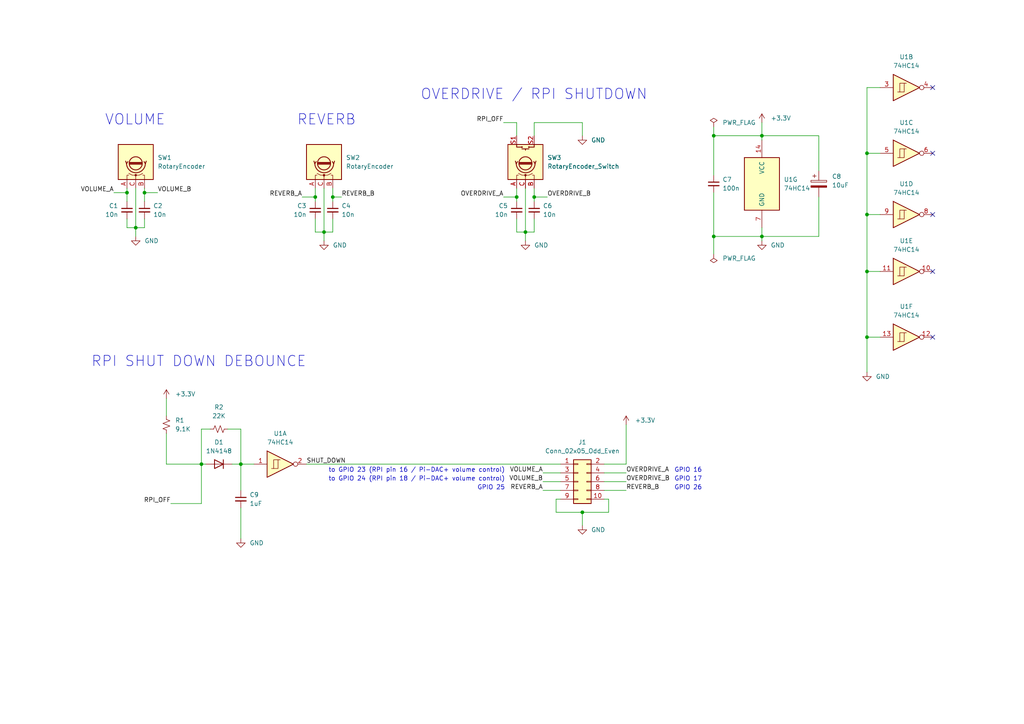
<source format=kicad_sch>
(kicad_sch (version 20231120) (generator "eeschema") (generator_version "8.0")
  (paper "A4")
  (title_block (title "Volume, reverb, overdrive and safe RPI shutdown controls") (date "2023-08-23") (rev "1.0") (company "Picherie"))
  (lib_symbols
    (symbol "74xx:74HC14" (pin_names (offset 1.016))
      (property "Reference" "U" (at 0 1.27 0))
      (property "Value" "74HC14" (at 0 -1.27 0))
      (symbol "74HC14_1_0"
        (polyline (pts (xy -3.81 3.81) (xy -3.81 -3.81) (xy 3.81 0) (xy -3.81 3.81)) (stroke (width 0.254)) (fill (type background)))
        (pin input line (at -7.62 0 0) (length 3.81) (name "~") (number "1"))
        (pin output inverted (at 7.62 0 180) (length 3.81) (name "~") (number "2"))
      )
      (symbol "74HC14_1_1"
        (polyline (pts (xy -1.905 -1.27) (xy -1.905 1.27) (xy -0.635 1.27)))
        (polyline (pts (xy -2.54 -1.27) (xy -0.635 -1.27) (xy -0.635 1.27) (xy 0 1.27)))
      )
      (symbol "74HC14_2_0"
        (polyline (pts (xy -3.81 3.81) (xy -3.81 -3.81) (xy 3.81 0) (xy -3.81 3.81)) (stroke (width 0.254)) (fill (type background)))
        (pin input line (at -7.62 0 0) (length 3.81) (name "~") (number "3"))
        (pin output inverted (at 7.62 0 180) (length 3.81) (name "~") (number "4"))
      )
      (symbol "74HC14_2_1"
        (polyline (pts (xy -1.905 -1.27) (xy -1.905 1.27) (xy -0.635 1.27)))
        (polyline (pts (xy -2.54 -1.27) (xy -0.635 -1.27) (xy -0.635 1.27) (xy 0 1.27)))
      )
      (symbol "74HC14_3_0"
        (polyline (pts (xy -3.81 3.81) (xy -3.81 -3.81) (xy 3.81 0) (xy -3.81 3.81)) (stroke (width 0.254)) (fill (type background)))
        (pin input line (at -7.62 0 0) (length 3.81) (name "~") (number "5"))
        (pin output inverted (at 7.62 0 180) (length 3.81) (name "~") (number "6"))
      )
      (symbol "74HC14_3_1"
        (polyline (pts (xy -1.905 -1.27) (xy -1.905 1.27) (xy -0.635 1.27)))
        (polyline (pts (xy -2.54 -1.27) (xy -0.635 -1.27) (xy -0.635 1.27) (xy 0 1.27)))
      )
      (symbol "74HC14_4_0"
        (polyline (pts (xy -3.81 3.81) (xy -3.81 -3.81) (xy 3.81 0) (xy -3.81 3.81)) (stroke (width 0.254)) (fill (type background)))
        (pin output inverted (at 7.62 0 180) (length 3.81) (name "~") (number "8"))
        (pin input line (at -7.62 0 0) (length 3.81) (name "~") (number "9"))
      )
      (symbol "74HC14_4_1"
        (polyline (pts (xy -1.905 -1.27) (xy -1.905 1.27) (xy -0.635 1.27)))
        (polyline (pts (xy -2.54 -1.27) (xy -0.635 -1.27) (xy -0.635 1.27) (xy 0 1.27)))
      )
      (symbol "74HC14_5_0"
        (polyline (pts (xy -3.81 3.81) (xy -3.81 -3.81) (xy 3.81 0) (xy -3.81 3.81)) (stroke (width 0.254)) (fill (type background)))
        (pin output inverted (at 7.62 0 180) (length 3.81) (name "~") (number "10"))
        (pin input line (at -7.62 0 0) (length 3.81) (name "~") (number "11"))
      )
      (symbol "74HC14_5_1"
        (polyline (pts (xy -1.905 -1.27) (xy -1.905 1.27) (xy -0.635 1.27)))
        (polyline (pts (xy -2.54 -1.27) (xy -0.635 -1.27) (xy -0.635 1.27) (xy 0 1.27)))
      )
      (symbol "74HC14_6_0"
        (polyline (pts (xy -3.81 3.81) (xy -3.81 -3.81) (xy 3.81 0) (xy -3.81 3.81)) (stroke (width 0.254)) (fill (type background)))
        (pin output inverted (at 7.62 0 180) (length 3.81) (name "~") (number "12"))
        (pin input line (at -7.62 0 0) (length 3.81) (name "~") (number "13"))
      )
      (symbol "74HC14_6_1"
        (polyline (pts (xy -1.905 -1.27) (xy -1.905 1.27) (xy -0.635 1.27)))
        (polyline (pts (xy -2.54 -1.27) (xy -0.635 -1.27) (xy -0.635 1.27) (xy 0 1.27)))
      )
      (symbol "74HC14_7_0"
        (pin power_in line (at 0 12.7 270) (length 5.08) (name "VCC") (number "14"))
        (pin power_in line (at 0 -12.7 90) (length 5.08) (name "GND") (number "7"))
      )
      (symbol "74HC14_7_1"
        (rectangle (start -5.08 7.62) (end 5.08 -7.62) (stroke (width 0.254)) (fill (type background)))
      )
    )
    (symbol "Connector_Generic:Conn_02x05_Odd_Even" (pin_names (offset 1.016) hide)
      (property "Reference" "J" (at 1.27 7.62 0))
      (property "Value" "Conn_02x05_Odd_Even" (at 1.27 -7.62 0))
      (symbol "Conn_02x05_Odd_Even_1_1"
        (rectangle (start -1.27 -4.953) (end 0 -5.207) (stroke (width 0.1524)))
        (rectangle (start -1.27 -2.413) (end 0 -2.667) (stroke (width 0.1524)))
        (rectangle (start -1.27 0.127) (end 0 -0.127) (stroke (width 0.1524)))
        (rectangle (start -1.27 2.667) (end 0 2.413) (stroke (width 0.1524)))
        (rectangle (start -1.27 5.207) (end 0 4.953) (stroke (width 0.1524)))
        (rectangle (start -1.27 6.35) (end 3.81 -6.35) (stroke (width 0.254)) (fill (type background)))
        (rectangle (start 3.81 -4.953) (end 2.54 -5.207) (stroke (width 0.1524)))
        (rectangle (start 3.81 -2.413) (end 2.54 -2.667) (stroke (width 0.1524)))
        (rectangle (start 3.81 0.127) (end 2.54 -0.127) (stroke (width 0.1524)))
        (rectangle (start 3.81 2.667) (end 2.54 2.413) (stroke (width 0.1524)))
        (rectangle (start 3.81 5.207) (end 2.54 4.953) (stroke (width 0.1524)))
        (pin passive line (at -5.08 5.08 0) (length 3.81) (name "Pin_1") (number "1"))
        (pin passive line (at 7.62 -5.08 180) (length 3.81) (name "Pin_10") (number "10"))
        (pin passive line (at 7.62 5.08 180) (length 3.81) (name "Pin_2") (number "2"))
        (pin passive line (at -5.08 2.54 0) (length 3.81) (name "Pin_3") (number "3"))
        (pin passive line (at 7.62 2.54 180) (length 3.81) (name "Pin_4") (number "4"))
        (pin passive line (at -5.08 0 0) (length 3.81) (name "Pin_5") (number "5"))
        (pin passive line (at 7.62 0 180) (length 3.81) (name "Pin_6") (number "6"))
        (pin passive line (at -5.08 -2.54 0) (length 3.81) (name "Pin_7") (number "7"))
        (pin passive line (at 7.62 -2.54 180) (length 3.81) (name "Pin_8") (number "8"))
        (pin passive line (at -5.08 -5.08 0) (length 3.81) (name "Pin_9") (number "9"))
      )
    )
    (symbol "Device:C_Polarized" (pin_numbers hide) (pin_names (offset 0.254))
      (property "Reference" "C" (at 0.635 2.54 0))
      (property "Value" "C_Polarized" (at 0.635 -2.54 0))
      (symbol "C_Polarized_0_1"
        (rectangle (start -2.286 0.508) (end 2.286 1.016))
        (polyline (pts (xy -1.778 2.286) (xy -0.762 2.286)))
        (polyline (pts (xy -1.27 2.794) (xy -1.27 1.778)))
        (rectangle (start 2.286 -0.508) (end -2.286 -1.016) (fill (type outline)))
      )
      (symbol "C_Polarized_1_1"
        (pin passive line (at 0 3.81 270) (length 2.794) (name "~") (number "1"))
        (pin passive line (at 0 -3.81 90) (length 2.794) (name "~") (number "2"))
      )
    )
    (symbol "Device:C_Small" (pin_numbers hide) (pin_names (offset 0.254) hide)
      (property "Reference" "C" (at 0.254 1.778 0))
      (property "Value" "C_Small" (at 0.254 -2.032 0))
      (symbol "C_Small_0_1"
        (polyline (pts (xy -1.524 -0.508) (xy 1.524 -0.508)) (stroke (width 0.3302)))
        (polyline (pts (xy -1.524 0.508) (xy 1.524 0.508)) (stroke (width 0.3048)))
      )
      (symbol "C_Small_1_1"
        (pin passive line (at 0 2.54 270) (length 2.032) (name "~") (number "1"))
        (pin passive line (at 0 -2.54 90) (length 2.032) (name "~") (number "2"))
      )
    )
    (symbol "Device:R_Small_US" (pin_numbers hide) (pin_names (offset 0.254) hide)
      (property "Reference" "R" (at 0.762 0.508 0))
      (property "Value" "R_Small_US" (at 0.762 -1.016 0))
      (symbol "R_Small_US_1_1"
        (polyline (pts (xy 0 0) (xy 1.016 -0.381) (xy 0 -0.762) (xy -1.016 -1.143) (xy 0 -1.524)))
        (polyline (pts (xy 0 1.524) (xy 1.016 1.143) (xy 0 0.762) (xy -1.016 0.381) (xy 0 0)))
        (pin passive line (at 0 2.54 270) (length 1.016) (name "~") (number "1"))
        (pin passive line (at 0 -2.54 90) (length 1.016) (name "~") (number "2"))
      )
    )
    (symbol "Device:RotaryEncoder" (pin_names (offset 0.254) hide)
      (property "Reference" "SW" (at 0 6.604 0))
      (property "Value" "RotaryEncoder" (at 0 -6.604 0))
      (symbol "RotaryEncoder_0_1"
        (rectangle (start -5.08 5.08) (end 5.08 -5.08) (stroke (width 0.254)) (fill (type background)))
        (circle (center -3.81 0) (radius 0.254) (fill (type outline)))
        (circle (center -0.381 0) (radius 1.905) (stroke (width 0.254)))
        (arc (start -0.381 2.667) (mid -3.0988 -0.0635) (end -0.381 -2.794) (stroke (width 0.254)))
        (polyline (pts (xy -0.635 -1.778) (xy -0.635 1.778)) (stroke (width 0.254)))
        (polyline (pts (xy -0.381 -1.778) (xy -0.381 1.778)) (stroke (width 0.254)))
        (polyline (pts (xy -0.127 1.778) (xy -0.127 -1.778)) (stroke (width 0.254)))
        (polyline (pts (xy -5.08 -2.54) (xy -3.81 -2.54) (xy -3.81 -2.032)))
        (polyline (pts (xy -5.08 2.54) (xy -3.81 2.54) (xy -3.81 2.032)))
        (polyline (pts (xy 0.254 -3.048) (xy -0.508 -2.794) (xy 0.127 -2.413)) (stroke (width 0.254)))
        (polyline (pts (xy 0.254 2.921) (xy -0.508 2.667) (xy 0.127 2.286)) (stroke (width 0.254)))
        (polyline (pts (xy -5.08 0) (xy -3.81 0) (xy -3.81 -1.016) (xy -3.302 -2.032)))
        (polyline (pts (xy -4.318 0) (xy -3.81 0) (xy -3.81 1.016) (xy -3.302 2.032)))
      )
      (symbol "RotaryEncoder_1_1"
        (pin passive line (at -7.62 2.54 0) (length 2.54) (name "A") (number "A"))
        (pin passive line (at -7.62 -2.54 0) (length 2.54) (name "B") (number "B"))
        (pin passive line (at -7.62 0 0) (length 2.54) (name "C") (number "C"))
      )
    )
    (symbol "Device:RotaryEncoder_Switch" (pin_names (offset 0.254) hide)
      (property "Reference" "SW" (at 0 6.604 0))
      (property "Value" "RotaryEncoder_Switch" (at 0 -6.604 0))
      (symbol "RotaryEncoder_Switch_0_1"
        (rectangle (start -5.08 5.08) (end 5.08 -5.08) (stroke (width 0.254)) (fill (type background)))
        (circle (center -3.81 0) (radius 0.254) (fill (type outline)))
        (circle (center -0.381 0) (radius 1.905) (stroke (width 0.254)))
        (arc (start -0.381 2.667) (mid -3.0988 -0.0635) (end -0.381 -2.794) (stroke (width 0.254)))
        (polyline (pts (xy -0.635 -1.778) (xy -0.635 1.778)) (stroke (width 0.254)))
        (polyline (pts (xy -0.381 -1.778) (xy -0.381 1.778)) (stroke (width 0.254)))
        (polyline (pts (xy -0.127 1.778) (xy -0.127 -1.778)) (stroke (width 0.254)))
        (polyline (pts (xy 3.81 0) (xy 3.429 0)) (stroke (width 0.254)))
        (polyline (pts (xy 3.81 1.016) (xy 3.81 -1.016)) (stroke (width 0.254)))
        (polyline (pts (xy -5.08 -2.54) (xy -3.81 -2.54) (xy -3.81 -2.032)))
        (polyline (pts (xy -5.08 2.54) (xy -3.81 2.54) (xy -3.81 2.032)))
        (polyline (pts (xy 0.254 -3.048) (xy -0.508 -2.794) (xy 0.127 -2.413)) (stroke (width 0.254)))
        (polyline (pts (xy 0.254 2.921) (xy -0.508 2.667) (xy 0.127 2.286)) (stroke (width 0.254)))
        (polyline (pts (xy 5.08 -2.54) (xy 4.318 -2.54) (xy 4.318 -1.016)) (stroke (width 0.254)))
        (polyline (pts (xy 5.08 2.54) (xy 4.318 2.54) (xy 4.318 1.016)) (stroke (width 0.254)))
        (polyline (pts (xy -5.08 0) (xy -3.81 0) (xy -3.81 -1.016) (xy -3.302 -2.032)))
        (polyline (pts (xy -4.318 0) (xy -3.81 0) (xy -3.81 1.016) (xy -3.302 2.032)))
        (circle (center 4.318 -1.016) (radius 0.127) (stroke (width 0.254)))
        (circle (center 4.318 1.016) (radius 0.127) (stroke (width 0.254)))
      )
      (symbol "RotaryEncoder_Switch_1_1"
        (pin passive line (at -7.62 2.54 0) (length 2.54) (name "A") (number "A"))
        (pin passive line (at -7.62 -2.54 0) (length 2.54) (name "B") (number "B"))
        (pin passive line (at -7.62 0 0) (length 2.54) (name "C") (number "C"))
        (pin passive line (at 7.62 2.54 180) (length 2.54) (name "S1") (number "S1"))
        (pin passive line (at 7.62 -2.54 180) (length 2.54) (name "S2") (number "S2"))
      )
    )
    (symbol "Diode:1N4148" (pin_numbers hide) (pin_names hide)
      (property "Reference" "D" (at 0 2.54 0))
      (property "Value" "1N4148" (at 0 -2.54 0))
      (symbol "1N4148_0_1"
        (polyline (pts (xy -1.27 1.27) (xy -1.27 -1.27)) (stroke (width 0.254)))
        (polyline (pts (xy 1.27 0) (xy -1.27 0)))
        (polyline (pts (xy 1.27 1.27) (xy 1.27 -1.27) (xy -1.27 0) (xy 1.27 1.27)) (stroke (width 0.254)))
      )
      (symbol "1N4148_1_1"
        (pin passive line (at -3.81 0 0) (length 2.54) (name "K") (number "1"))
        (pin passive line (at 3.81 0 180) (length 2.54) (name "A") (number "2"))
      )
    )
    (symbol "power:+3.3V" (power) (pin_names (offset 0))
      (property "Value" "+3.3V" (at 0 3.556 0))
      (symbol "+3.3V_0_1"
        (polyline (pts (xy -0.762 1.27) (xy 0 2.54)))
        (polyline (pts (xy 0 0) (xy 0 2.54)))
        (polyline (pts (xy 0 2.54) (xy 0.762 1.27)))
      )
      (symbol "+3.3V_1_1"
        (pin power_in line (at 0 0 90) (length 0) hide (name "+3.3V") (number "1"))
      )
    )
    (symbol "power:GND" (power) (pin_names (offset 0))
      (property "Value" "GND" (at 0 -3.81 0))
      (symbol "GND_0_1"
        (polyline (pts (xy 0 0) (xy 0 -1.27) (xy 1.27 -1.27) (xy 0 -2.54) (xy -1.27 -1.27) (xy 0 -1.27)))
      )
      (symbol "GND_1_1"
        (pin power_in line (at 0 0 270) (length 0) hide (name "GND") (number "1"))
      )
    )
    (symbol "power:PWR_FLAG" (power) (pin_numbers hide) (pin_names (offset 0) hide)
      (property "Value" "PWR_FLAG" (at 0 3.81 0))
      (symbol "PWR_FLAG_0_0"
        (pin power_out line (at 0 0 90) (length 0) (name "pwr") (number "1"))
      )
      (symbol "PWR_FLAG_0_1"
        (polyline (pts (xy 0 0) (xy 0 1.27) (xy -1.016 1.905) (xy 0 2.54) (xy 1.016 1.905) (xy 0 1.27)))
      )
    )
  )
  (junction (at 154.94 57.15))
  (junction (at 220.98 39.37))
  (junction (at 152.4 67.31))
  (junction (at 36.83 55.88))
  (junction (at 149.86 57.15))
  (junction (at 93.98 67.31))
  (junction (at 96.52 57.15))
  (junction (at 251.46 78.74))
  (junction (at 168.91 148.59))
  (junction (at 251.46 44.45))
  (junction (at 58.42 134.62))
  (junction (at 207.01 39.37))
  (junction (at 220.98 68.58))
  (junction (at 251.46 62.23))
  (junction (at 207.01 68.58))
  (junction (at 91.44 57.15))
  (junction (at 69.85 134.62))
  (junction (at 251.46 97.79))
  (junction (at 41.91 55.88))
  (junction (at 39.37 66.04))
  (no_connect (at 270.51 44.45))
  (no_connect (at 270.51 78.74))
  (no_connect (at 270.51 97.79))
  (no_connect (at 270.51 25.4))
  (no_connect (at 270.51 62.23))
  (wire (pts (xy 91.44 54.61) (xy 91.44 57.15)))
  (wire (pts (xy 220.98 39.37) (xy 220.98 40.64)))
  (wire (pts (xy 39.37 68.58) (xy 39.37 66.04)))
  (wire (pts (xy 251.46 62.23) (xy 255.27 62.23)))
  (wire (pts (xy 96.52 54.61) (xy 96.52 57.15)))
  (wire (pts (xy 96.52 57.15) (xy 99.06 57.15)))
  (wire (pts (xy 251.46 25.4) (xy 255.27 25.4)))
  (wire (pts (xy 154.94 63.5) (xy 154.94 67.31)))
  (wire (pts (xy 41.91 54.61) (xy 41.91 55.88)))
  (wire (pts (xy 69.85 124.46) (xy 69.85 134.62)))
  (wire (pts (xy 251.46 78.74) (xy 255.27 78.74)))
  (wire (pts (xy 175.26 144.78) (xy 176.53 144.78)))
  (wire (pts (xy 60.96 124.46) (xy 58.42 124.46)))
  (wire (pts (xy 73.66 134.62) (xy 69.85 134.62)))
  (wire (pts (xy 251.46 62.23) (xy 251.46 78.74)))
  (wire (pts (xy 48.26 134.62) (xy 58.42 134.62)))
  (wire (pts (xy 66.04 124.46) (xy 69.85 124.46)))
  (wire (pts (xy 91.44 67.31) (xy 93.98 67.31)))
  (wire (pts (xy 154.94 54.61) (xy 154.94 57.15)))
  (wire (pts (xy 93.98 54.61) (xy 93.98 67.31)))
  (wire (pts (xy 207.01 68.58) (xy 220.98 68.58)))
  (wire (pts (xy 220.98 66.04) (xy 220.98 68.58)))
  (wire (pts (xy 96.52 57.15) (xy 96.52 58.42)))
  (wire (pts (xy 152.4 54.61) (xy 152.4 67.31)))
  (wire (pts (xy 41.91 66.04) (xy 39.37 66.04)))
  (wire (pts (xy 49.53 146.05) (xy 58.42 146.05)))
  (wire (pts (xy 36.83 63.5) (xy 36.83 66.04)))
  (wire (pts (xy 207.01 36.83) (xy 207.01 39.37)))
  (wire (pts (xy 154.94 57.15) (xy 158.75 57.15)))
  (wire (pts (xy 251.46 44.45) (xy 251.46 62.23)))
  (wire (pts (xy 157.48 139.7) (xy 162.56 139.7)))
  (wire (pts (xy 181.61 134.62) (xy 175.26 134.62)))
  (wire (pts (xy 157.48 137.16) (xy 162.56 137.16)))
  (wire (pts (xy 237.49 49.53) (xy 237.49 39.37)))
  (wire (pts (xy 251.46 44.45) (xy 255.27 44.45)))
  (wire (pts (xy 168.91 148.59) (xy 168.91 152.4)))
  (wire (pts (xy 149.86 67.31) (xy 152.4 67.31)))
  (wire (pts (xy 168.91 39.37) (xy 168.91 35.56)))
  (wire (pts (xy 251.46 78.74) (xy 251.46 97.79)))
  (wire (pts (xy 41.91 55.88) (xy 45.72 55.88)))
  (wire (pts (xy 207.01 39.37) (xy 220.98 39.37)))
  (wire (pts (xy 251.46 97.79) (xy 255.27 97.79)))
  (wire (pts (xy 39.37 54.61) (xy 39.37 66.04)))
  (wire (pts (xy 48.26 115.57) (xy 48.26 120.65)))
  (wire (pts (xy 69.85 134.62) (xy 69.85 142.24)))
  (wire (pts (xy 157.48 142.24) (xy 162.56 142.24)))
  (wire (pts (xy 91.44 57.15) (xy 91.44 58.42)))
  (wire (pts (xy 181.61 142.24) (xy 175.26 142.24)))
  (wire (pts (xy 149.86 63.5) (xy 149.86 67.31)))
  (wire (pts (xy 96.52 63.5) (xy 96.52 67.31)))
  (wire (pts (xy 87.63 57.15) (xy 91.44 57.15)))
  (wire (pts (xy 154.94 57.15) (xy 154.94 58.42)))
  (wire (pts (xy 168.91 148.59) (xy 161.29 148.59)))
  (wire (pts (xy 36.83 54.61) (xy 36.83 55.88)))
  (wire (pts (xy 146.05 57.15) (xy 149.86 57.15)))
  (wire (pts (xy 154.94 39.37) (xy 154.94 35.56)))
  (wire (pts (xy 220.98 35.56) (xy 220.98 39.37)))
  (wire (pts (xy 93.98 69.85) (xy 93.98 67.31)))
  (wire (pts (xy 33.02 55.88) (xy 36.83 55.88)))
  (wire (pts (xy 220.98 68.58) (xy 220.98 69.85)))
  (wire (pts (xy 176.53 148.59) (xy 168.91 148.59)))
  (wire (pts (xy 149.86 39.37) (xy 149.86 35.56)))
  (wire (pts (xy 207.01 73.66) (xy 207.01 68.58)))
  (wire (pts (xy 175.26 137.16) (xy 181.61 137.16)))
  (wire (pts (xy 251.46 97.79) (xy 251.46 107.95)))
  (wire (pts (xy 152.4 69.85) (xy 152.4 67.31)))
  (wire (pts (xy 96.52 67.31) (xy 93.98 67.31)))
  (wire (pts (xy 237.49 68.58) (xy 220.98 68.58)))
  (wire (pts (xy 91.44 63.5) (xy 91.44 67.31)))
  (wire (pts (xy 237.49 57.15) (xy 237.49 68.58)))
  (wire (pts (xy 251.46 25.4) (xy 251.46 44.45)))
  (wire (pts (xy 154.94 67.31) (xy 152.4 67.31)))
  (wire (pts (xy 207.01 55.88) (xy 207.01 68.58)))
  (wire (pts (xy 67.31 134.62) (xy 69.85 134.62)))
  (wire (pts (xy 36.83 55.88) (xy 36.83 58.42)))
  (wire (pts (xy 149.86 57.15) (xy 149.86 58.42)))
  (wire (pts (xy 149.86 54.61) (xy 149.86 57.15)))
  (wire (pts (xy 237.49 39.37) (xy 220.98 39.37)))
  (wire (pts (xy 181.61 123.19) (xy 181.61 134.62)))
  (wire (pts (xy 69.85 147.32) (xy 69.85 156.21)))
  (wire (pts (xy 88.9 134.62) (xy 162.56 134.62)))
  (wire (pts (xy 161.29 144.78) (xy 161.29 148.59)))
  (wire (pts (xy 207.01 50.8) (xy 207.01 39.37)))
  (wire (pts (xy 36.83 66.04) (xy 39.37 66.04)))
  (wire (pts (xy 162.56 144.78) (xy 161.29 144.78)))
  (wire (pts (xy 48.26 125.73) (xy 48.26 134.62)))
  (wire (pts (xy 176.53 144.78) (xy 176.53 148.59)))
  (wire (pts (xy 58.42 134.62) (xy 59.69 134.62)))
  (wire (pts (xy 41.91 63.5) (xy 41.91 66.04)))
  (wire (pts (xy 146.05 35.56) (xy 149.86 35.56)))
  (wire (pts (xy 58.42 146.05) (xy 58.42 134.62)))
  (wire (pts (xy 41.91 55.88) (xy 41.91 58.42)))
  (wire (pts (xy 175.26 139.7) (xy 181.61 139.7)))
  (wire (pts (xy 58.42 124.46) (xy 58.42 134.62)))
  (wire (pts (xy 154.94 35.56) (xy 168.91 35.56)))
  (text "GPIO 17" (at 195.58 139.7 0) (effects (font (size 1.27 1.27)) (justify left bottom)))
  (text "RPI SHUT DOWN DEBOUNCE" (at 88.9 106.68 0) (effects (font (size 3 3)) (justify right bottom)))
  (text "REVERB" (at 86.106 36.576 0) (effects (font (size 3 3)) (justify left bottom)))
  (text "GPIO 25" (at 138.43 142.24 0) (effects (font (size 1.27 1.27)) (justify left bottom)))
  (text "to GPIO 24 (RPI pin 18 / Pi-DAC+ volume control)" (at 95.25 139.7 0) (effects (font (size 1.27 1.27)) (justify left bottom)))
  (text "OVERDRIVE / RPI SHUTDOWN" (at 121.92 29.21 0) (effects (font (size 3 3)) (justify left bottom)))
  (text "to GPIO 23 (RPI pin 16 / Pi-DAC+ volume control)" (at 95.25 137.16 0) (effects (font (size 1.27 1.27)) (justify left bottom)))
  (text "VOLUME" (at 48.006 36.576 0) (effects (font (size 3 3)) (justify right bottom)))
  (text "GPIO 26" (at 195.58 142.24 0) (effects (font (size 1.27 1.27)) (justify left bottom)))
  (text "GPIO 16" (at 195.58 137.16 0) (effects (font (size 1.27 1.27)) (justify left bottom)))
  (label "OVERDRIVE_A" (at 181.61 137.16 0))
  (label "VOLUME_B" (at 157.48 139.7 180))
  (label "REVERB_B" (at 99.06 57.15 0))
  (label "OVERDRIVE_B" (at 158.75 57.15 0))
  (label "RPI_OFF" (at 49.53 146.05 180))
  (label "OVERDRIVE_A" (at 146.05 57.15 180))
  (label "VOLUME_A" (at 33.02 55.88 180))
  (label "REVERB_B" (at 181.61 142.24 0))
  (label "OVERDRIVE_B" (at 181.61 139.7 0))
  (label "VOLUME_A" (at 157.48 137.16 180))
  (label "REVERB_A" (at 157.48 142.24 180))
  (label "RPI_OFF" (at 146.05 35.56 180))
  (label "VOLUME_B" (at 45.72 55.88 0))
  (label "SHUT_DOWN" (at 88.9 134.62 0))
  (label "REVERB_A" (at 87.63 57.15 180))
  (symbol (lib_id "power:+3.3V") (at 220.98 35.56 0) (unit 1)
    (property "Reference" "#PWR01" (effects (hide yes)))
    (property "Value" "+3.3V" (at 223.52 34.29 0) (effects (justify left)))
  )
  (symbol (lib_id "74xx:74HC14") (at 262.89 78.74 0) (unit 5) (exclude_from_sim yes)
    (property "Reference" "U1" (at 262.89 69.85 0))
    (property "Value" "74HC14" (at 262.89 72.39 0))
    (property "Footprint" "Package_DIP:DIP-14_W7.62mm" (effects (hide yes)))
    (property "Datasheet" "https://fr.farnell.com/texas-instruments/cd74hc14e/ic-74hc-74hc14-dip14-6v/dp/3120195?st=74hc14" (effects (hide yes)))
  )
  (symbol (lib_id "Device:C_Small") (at 36.83 60.96 0) (mirror y) (unit 1) (exclude_from_sim yes)
    (property "Reference" "C1" (at 34.29 59.6963 0) (effects (justify left)))
    (property "Value" "10n" (at 34.29 62.2363 0) (effects (justify left)))
    (property "Footprint" "Capacitor_SMD:C_1206_3216Metric_Pad1.33x1.80mm_HandSolder" (effects (hide yes)))
  )
  (symbol (lib_id "Connector_Generic:Conn_02x05_Odd_Even") (at 167.64 139.7 0) (unit 1) (exclude_from_sim yes)
    (property "Reference" "J1" (at 168.91 128.27 0))
    (property "Value" "Conn_02x05_Odd_Even" (at 168.91 130.81 0))
    (property "Footprint" "Connector_IDC:IDC-Header_2x05_P2.54mm_Vertical" (effects (hide yes)))
    (property "Datasheet" "https://fr.farnell.com/wurth-elektronik/61201021621/fiche-male-droite-10-broches-wrbhd/dp/1642019?MER=sy-me-pd-mi-acce" (effects (hide yes)))
  )
  (symbol (lib_id "power:+3.3V") (at 48.26 115.57 0) (unit 1)
    (property "Reference" "#PWR07" (effects (hide yes)))
    (property "Value" "+3.3V" (at 50.8 114.3 0) (effects (justify left)))
  )
  (symbol (lib_id "power:GND") (at 39.37 68.58 0) (unit 1)
    (property "Reference" "#PWR02" (effects (hide yes)))
    (property "Value" "GND" (at 41.91 69.85 0) (effects (justify left)))
  )
  (symbol (lib_id "Device:C_Small") (at 154.94 60.96 0) (unit 1)
    (property "Reference" "C6" (at 157.48 59.6963 0) (effects (justify left)))
    (property "Value" "10n" (at 157.48 62.2363 0) (effects (justify left)))
    (property "Footprint" "Capacitor_SMD:C_1206_3216Metric_Pad1.33x1.80mm_HandSolder" (effects (hide yes)))
  )
  (symbol (lib_id "74xx:74HC14") (at 81.28 134.62 0) (unit 1) (exclude_from_sim yes)
    (property "Reference" "U1" (at 81.28 125.73 0))
    (property "Value" "74HC14" (at 81.28 128.27 0))
    (property "Footprint" "Package_DIP:DIP-14_W7.62mm" (effects (hide yes)))
    (property "Datasheet" "https://fr.farnell.com/texas-instruments/cd74hc14e/ic-74hc-74hc14-dip14-6v/dp/3120195?st=74hc14" (effects (hide yes)))
  )
  (symbol (lib_id "74xx:74HC14") (at 262.89 62.23 0) (unit 4) (exclude_from_sim yes)
    (property "Reference" "U1" (at 262.89 53.34 0))
    (property "Value" "74HC14" (at 262.89 55.88 0))
    (property "Footprint" "Package_DIP:DIP-14_W7.62mm" (effects (hide yes)))
    (property "Datasheet" "https://fr.farnell.com/texas-instruments/cd74hc14e/ic-74hc-74hc14-dip14-6v/dp/3120195?st=74hc14" (effects (hide yes)))
  )
  (symbol (lib_id "power:GND") (at 69.85 156.21 0) (unit 1)
    (property "Reference" "#PWR010" (effects (hide yes)))
    (property "Value" "GND" (at 72.39 157.48 0) (effects (justify left)))
  )
  (symbol (lib_id "Device:C_Small") (at 41.91 60.96 0) (unit 1)
    (property "Reference" "C2" (at 44.45 59.6963 0) (effects (justify left)))
    (property "Value" "10n" (at 44.45 62.2363 0) (effects (justify left)))
    (property "Footprint" "Capacitor_SMD:C_1206_3216Metric_Pad1.33x1.80mm_HandSolder" (effects (hide yes)))
  )
  (symbol (lib_id "power:PWR_FLAG") (at 207.01 36.83 0) (unit 1)
    (property "Reference" "#FLG01" (effects (hide yes)))
    (property "Value" "PWR_FLAG" (at 209.55 35.56 0) (effects (justify left)))
  )
  (symbol (lib_id "power:GND") (at 168.91 39.37 0) (unit 1)
    (property "Reference" "#PWR011" (effects (hide yes)))
    (property "Value" "GND" (at 171.45 40.64 0) (effects (justify left)))
  )
  (symbol (lib_id "Device:C_Small") (at 69.85 144.78 0) (unit 1) (exclude_from_sim yes)
    (property "Reference" "C9" (at 72.39 143.5163 0) (effects (justify left)))
    (property "Value" "1uF" (at 72.39 146.0563 0) (effects (justify left)))
    (property "Footprint" "Capacitor_SMD:C_1206_3216Metric_Pad1.33x1.80mm_HandSolder" (effects (hide yes)))
    (property "Datasheet" "https://fr.farnell.com/kemet/c1206c105k3ractu/condensateur-1-f-25v-10-x7r-1206/dp/9227865" (effects (hide yes)))
  )
  (symbol (lib_id "power:GND") (at 168.91 152.4 0) (unit 1)
    (property "Reference" "#PWR09" (effects (hide yes)))
    (property "Value" "GND" (at 171.45 153.67 0) (effects (justify left)))
  )
  (symbol (lib_id "power:GND") (at 251.46 107.95 0) (unit 1)
    (property "Reference" "#PWR06" (effects (hide yes)))
    (property "Value" "GND" (at 254 109.22 0) (effects (justify left)))
  )
  (symbol (lib_id "74xx:74HC14") (at 262.89 97.79 0) (unit 6) (exclude_from_sim yes)
    (property "Reference" "U1" (at 262.89 88.9 0))
    (property "Value" "74HC14" (at 262.89 91.44 0))
    (property "Footprint" "Package_DIP:DIP-14_W7.62mm" (effects (hide yes)))
    (property "Datasheet" "https://fr.farnell.com/texas-instruments/cd74hc14e/ic-74hc-74hc14-dip14-6v/dp/3120195?st=74hc14" (effects (hide yes)))
  )
  (symbol (lib_id "Device:RotaryEncoder") (at 39.37 46.99 90) (unit 1) (exclude_from_sim yes)
    (property "Reference" "SW1" (at 45.72 45.72 90) (effects (justify right)))
    (property "Value" "RotaryEncoder" (at 45.72 48.26 90) (effects (justify right)))
    (property "Footprint" "Rotary_Encoder:RotaryEncoder_Alps_EC11E-Switch_Vertical_H20mm" (effects (hide yes)))
    (property "Datasheet" "https://fr.farnell.com/alps/ec11e15204a3/encodeur-vertical-30-crans-15/dp/1520804" (effects (hide yes)))
  )
  (symbol (lib_id "Device:RotaryEncoder_Switch") (at 152.4 46.99 90) (unit 1) (exclude_from_sim yes)
    (property "Reference" "SW3" (at 158.75 45.72 90) (effects (justify right)))
    (property "Value" "RotaryEncoder_Switch" (at 158.75 48.26 90) (effects (justify right)))
    (property "Footprint" "Rotary_Encoder:RotaryEncoder_Alps_EC11E-Switch_Vertical_H20mm" (effects (hide yes)))
    (property "Datasheet" "https://fr.farnell.com/alps/ec11e15244c0/encodeur-vert-30-crans-15-impul/dp/1520806" (effects (hide yes)))
  )
  (symbol (lib_id "Device:C_Small") (at 91.44 60.96 0) (mirror y) (unit 1)
    (property "Reference" "C3" (at 88.9 59.6963 0) (effects (justify left)))
    (property "Value" "10n" (at 88.9 62.2363 0) (effects (justify left)))
    (property "Footprint" "Capacitor_SMD:C_1206_3216Metric_Pad1.33x1.80mm_HandSolder" (effects (hide yes)))
  )
  (symbol (lib_id "power:GND") (at 152.4 69.85 0) (unit 1)
    (property "Reference" "#PWR04" (effects (hide yes)))
    (property "Value" "GND" (at 154.94 71.12 0) (effects (justify left)))
  )
  (symbol (lib_id "Device:C_Small") (at 96.52 60.96 0) (unit 1)
    (property "Reference" "C4" (at 99.06 59.6963 0) (effects (justify left)))
    (property "Value" "10n" (at 99.06 62.2363 0) (effects (justify left)))
    (property "Footprint" "Capacitor_SMD:C_1206_3216Metric_Pad1.33x1.80mm_HandSolder" (effects (hide yes)))
  )
  (symbol (lib_id "Diode:1N4148") (at 63.5 134.62 0) (mirror y) (unit 1) (exclude_from_sim yes)
    (property "Reference" "D1" (at 63.5 128.27 0))
    (property "Value" "1N4148" (at 63.5 130.81 0))
    (property "Footprint" "Diode_THT:D_DO-35_SOD27_P7.62mm_Horizontal" (effects (hide yes)))
    (property "Datasheet" "https://fr.farnell.com/on-semiconductor/1n4148tr/diode-tres-rapide-do-35/dp/9843680" (effects (hide yes)))
    (property "Sim.Device" "D" (effects (hide yes)))
    (property "Sim.Pins" "1=K 2=A" (effects (hide yes)))
  )
  (symbol (lib_id "Device:C_Small") (at 207.01 53.34 0) (unit 1) (exclude_from_sim yes)
    (property "Reference" "C7" (at 209.55 52.0763 0) (effects (justify left)))
    (property "Value" "100n" (at 209.55 54.6163 0) (effects (justify left)))
    (property "Footprint" "Capacitor_SMD:C_1206_3216Metric_Pad1.33x1.80mm_HandSolder" (effects (hide yes)))
    (property "Datasheet" "https://fr.farnell.com/kemet/c1206f104k3ractu/condensateur-0-1-f-25v-10-x7r/dp/2581109" (effects (hide yes)))
  )
  (symbol (lib_id "74xx:74HC14") (at 262.89 44.45 0) (unit 3) (exclude_from_sim yes)
    (property "Reference" "U1" (at 262.89 35.56 0))
    (property "Value" "74HC14" (at 262.89 38.1 0))
    (property "Footprint" "Package_DIP:DIP-14_W7.62mm" (effects (hide yes)))
    (property "Datasheet" "https://fr.farnell.com/texas-instruments/cd74hc14e/ic-74hc-74hc14-dip14-6v/dp/3120195?st=74hc14" (effects (hide yes)))
  )
  (symbol (lib_id "Device:RotaryEncoder") (at 93.98 46.99 90) (unit 1) (exclude_from_sim yes)
    (property "Reference" "SW2" (at 100.33 45.72 90) (effects (justify right)))
    (property "Value" "RotaryEncoder" (at 100.33 48.26 90) (effects (justify right)))
    (property "Footprint" "Rotary_Encoder:RotaryEncoder_Alps_EC11E-Switch_Vertical_H20mm" (effects (hide yes)))
    (property "Datasheet" "https://fr.farnell.com/alps/ec11e15204a3/encodeur-vertical-30-crans-15/dp/1520804" (effects (hide yes)))
  )
  (symbol (lib_id "Device:R_Small_US") (at 48.26 123.19 0) (unit 1) (exclude_from_sim yes)
    (property "Reference" "R1" (at 50.8 121.92 0) (effects (justify left)))
    (property "Value" "9.1K" (at 50.8 124.46 0) (effects (justify left)))
    (property "Footprint" "Resistor_SMD:R_1206_3216Metric_Pad1.30x1.75mm_HandSolder" (effects (hide yes)))
    (property "Datasheet" "https://fr.farnell.com/yageo/rc1206fr-079k1l/res-9k1-1-0-25w-1206-couche-epaisse/dp/3496305" (effects (hide yes)))
  )
  (symbol (lib_id "74xx:74HC14") (at 262.89 25.4 0) (unit 2) (exclude_from_sim yes)
    (property "Reference" "U1" (at 262.89 16.51 0))
    (property "Value" "74HC14" (at 262.89 19.05 0))
    (property "Footprint" "Package_DIP:DIP-14_W7.62mm" (effects (hide yes)))
    (property "Datasheet" "https://fr.farnell.com/texas-instruments/cd74hc14e/ic-74hc-74hc14-dip14-6v/dp/3120195?st=74hc14" (effects (hide yes)))
  )
  (symbol (lib_id "Device:R_Small_US") (at 63.5 124.46 270) (unit 1) (exclude_from_sim yes)
    (property "Reference" "R2" (at 63.5 118.11 90))
    (property "Value" "22K" (at 63.5 120.65 90))
    (property "Footprint" "Resistor_SMD:R_1206_3216Metric_Pad1.30x1.75mm_HandSolder" (effects (hide yes)))
    (property "Datasheet" "https://fr.farnell.com/neohm-te-connectivity/crg1206f22k/res-22k-1-0-25w-1206-couche-epaisse/dp/3133491" (effects (hide yes)))
  )
  (symbol (lib_id "Device:C_Polarized") (at 237.49 53.34 0) (unit 1) (exclude_from_sim yes)
    (property "Reference" "C8" (at 241.3 51.181 0) (effects (justify left)))
    (property "Value" "10uF" (at 241.3 53.721 0) (effects (justify left)))
    (property "Footprint" "Capacitor_THT:CP_Radial_D5.0mm_P2.00mm" (effects (hide yes)))
    (property "Datasheet" "https://fr.farnell.com/panasonic-electronic-components/ecea1en100u/condensateur-10-f-25v-20/dp/2326018" (effects (hide yes)))
  )
  (symbol (lib_id "power:GND") (at 220.98 69.85 0) (unit 1)
    (property "Reference" "#PWR05" (effects (hide yes)))
    (property "Value" "GND" (at 223.52 71.12 0) (effects (justify left)))
  )
  (symbol (lib_id "power:+3.3V") (at 181.61 123.19 0) (unit 1)
    (property "Reference" "#PWR08" (effects (hide yes)))
    (property "Value" "+3.3V" (at 184.15 121.92 0) (effects (justify left)))
  )
  (symbol (lib_id "74xx:74HC14") (at 220.98 53.34 0) (unit 7) (exclude_from_sim yes)
    (property "Reference" "U1" (at 227.33 52.07 0) (effects (justify left)))
    (property "Value" "74HC14" (at 227.33 54.61 0) (effects (justify left)))
    (property "Footprint" "Package_DIP:DIP-14_W7.62mm" (effects (hide yes)))
    (property "Datasheet" "https://fr.farnell.com/texas-instruments/cd74hc14e/ic-74hc-74hc14-dip14-6v/dp/3120195?st=74hc14" (effects (hide yes)))
  )
  (symbol (lib_id "Device:C_Small") (at 149.86 60.96 0) (mirror y) (unit 1)
    (property "Reference" "C5" (at 147.32 59.6963 0) (effects (justify left)))
    (property "Value" "10n" (at 147.32 62.2363 0) (effects (justify left)))
    (property "Footprint" "Capacitor_SMD:C_1206_3216Metric_Pad1.33x1.80mm_HandSolder" (effects (hide yes)))
  )
  (symbol (lib_id "power:GND") (at 93.98 69.85 0) (unit 1)
    (property "Reference" "#PWR03" (effects (hide yes)))
    (property "Value" "GND" (at 96.52 71.12 0) (effects (justify left)))
  )
  (symbol (lib_id "power:PWR_FLAG") (at 207.01 73.66 180) (unit 1)
    (property "Reference" "#FLG02" (effects (hide yes)))
    (property "Value" "PWR_FLAG" (at 209.55 74.93 0) (effects (justify right)))
  )
)
</source>
